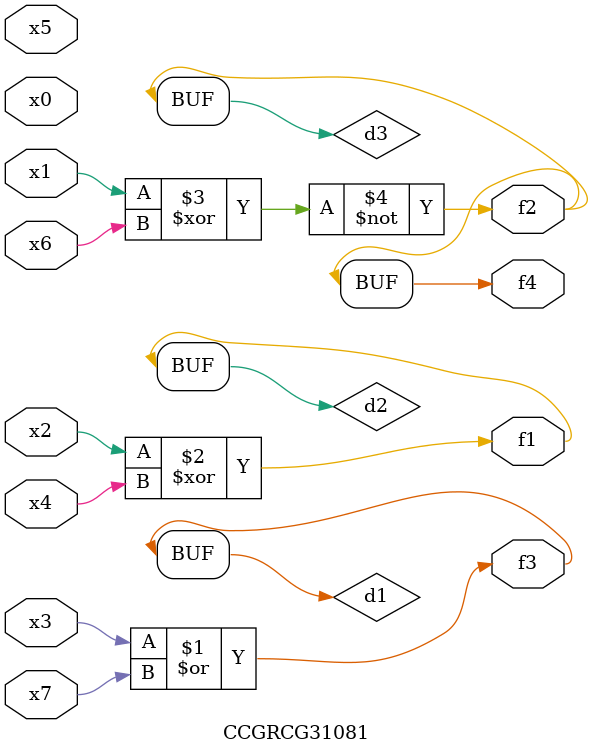
<source format=v>
module CCGRCG31081(
	input x0, x1, x2, x3, x4, x5, x6, x7,
	output f1, f2, f3, f4
);

	wire d1, d2, d3;

	or (d1, x3, x7);
	xor (d2, x2, x4);
	xnor (d3, x1, x6);
	assign f1 = d2;
	assign f2 = d3;
	assign f3 = d1;
	assign f4 = d3;
endmodule

</source>
